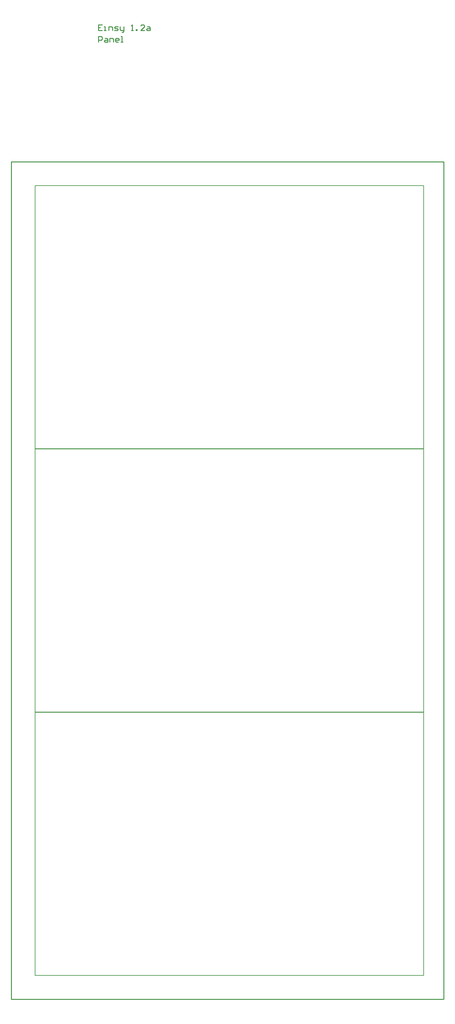
<source format=gm1>
G04*
G04 #@! TF.GenerationSoftware,Altium Limited,Altium Designer,18.1.9 (240)*
G04*
G04 Layer_Color=16711935*
%FSLAX24Y24*%
%MOIN*%
G70*
G01*
G75*
%ADD12C,0.0100*%
%ADD14C,0.0080*%
G54D12*
X0Y0D02*
Y89016D01*
X46000D01*
Y0D02*
Y89016D01*
X0Y0D02*
X45928D01*
X9650Y103600D02*
X9250D01*
Y103000D01*
X9650D01*
X9250Y103300D02*
X9450D01*
X9850Y103000D02*
X10050D01*
X9950D01*
Y103400D01*
X9850D01*
X10350Y103000D02*
Y103400D01*
X10650D01*
X10750Y103300D01*
Y103000D01*
X10949D02*
X11249D01*
X11349Y103100D01*
X11249Y103200D01*
X11049D01*
X10949Y103300D01*
X11049Y103400D01*
X11349D01*
X11549D02*
Y103100D01*
X11649Y103000D01*
X11949D01*
Y102900D01*
X11849Y102800D01*
X11749D01*
X11949Y103000D02*
Y103400D01*
X12749Y103000D02*
X12949D01*
X12849D01*
Y103600D01*
X12749Y103500D01*
X13249Y103000D02*
Y103100D01*
X13349D01*
Y103000D01*
X13249D01*
X14148D02*
X13749D01*
X14148Y103400D01*
Y103500D01*
X14048Y103600D01*
X13849D01*
X13749Y103500D01*
X14448Y103400D02*
X14648D01*
X14748Y103300D01*
Y103000D01*
X14448D01*
X14348Y103100D01*
X14448Y103200D01*
X14748D01*
X9250Y101750D02*
Y102350D01*
X9550D01*
X9650Y102250D01*
Y102050D01*
X9550Y101950D01*
X9250D01*
X9950Y102150D02*
X10150D01*
X10250Y102050D01*
Y101750D01*
X9950D01*
X9850Y101850D01*
X9950Y101950D01*
X10250D01*
X10450Y101750D02*
Y102150D01*
X10750D01*
X10849Y102050D01*
Y101750D01*
X11349D02*
X11149D01*
X11049Y101850D01*
Y102050D01*
X11149Y102150D01*
X11349D01*
X11449Y102050D01*
Y101950D01*
X11049D01*
X11649Y101750D02*
X11849D01*
X11749D01*
Y102350D01*
X11649D01*
G54D14*
X2539Y30492D02*
X43878D01*
X2539Y2539D02*
X43878D01*
X2539D02*
Y30492D01*
X43878Y2539D02*
Y30492D01*
X2539Y58484D02*
X43878D01*
X2539Y30531D02*
X43878D01*
X2539D02*
Y58484D01*
X43878Y30531D02*
Y58484D01*
X2539Y86476D02*
X43878D01*
X2539Y58524D02*
X43878D01*
X2539D02*
Y86476D01*
X43878Y58524D02*
Y86476D01*
M02*

</source>
